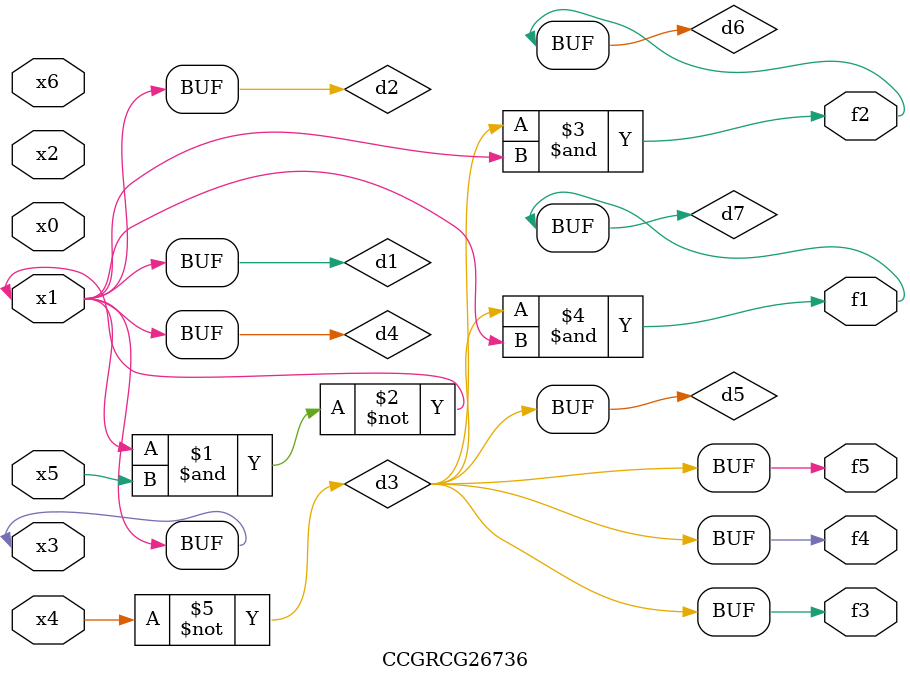
<source format=v>
module CCGRCG26736(
	input x0, x1, x2, x3, x4, x5, x6,
	output f1, f2, f3, f4, f5
);

	wire d1, d2, d3, d4, d5, d6, d7;

	buf (d1, x1, x3);
	nand (d2, x1, x5);
	not (d3, x4);
	buf (d4, d1, d2);
	buf (d5, d3);
	and (d6, d3, d4);
	and (d7, d3, d4);
	assign f1 = d7;
	assign f2 = d6;
	assign f3 = d5;
	assign f4 = d5;
	assign f5 = d5;
endmodule

</source>
